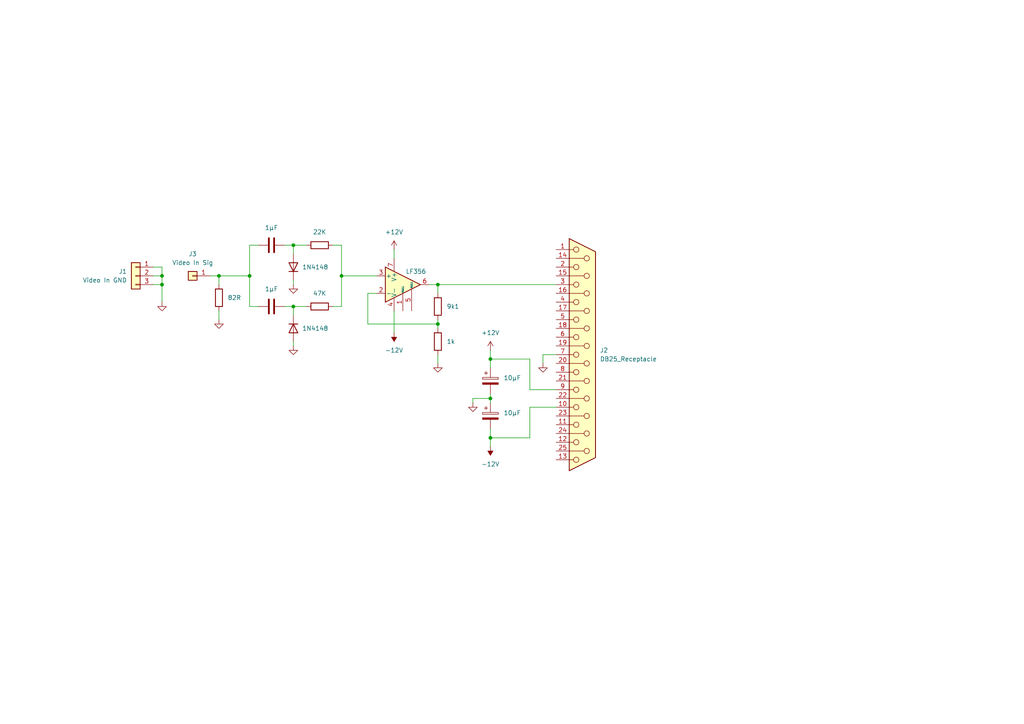
<source format=kicad_sch>
(kicad_sch (version 20230121) (generator eeschema)
  (paper "A4")
  (lib_symbols
    (symbol "Amplifier_Operational:LF356" (pin_names (offset 0.127))
      (property "Reference" "U" (at 0 6.35 0))
      (property "Value" "LF356" (at 0 3.81 0))
      (symbol "LF356_0_1"
        (polyline (pts (xy -5.08 5.08) (xy 5.08 0) (xy -5.08 -5.08) (xy -5.08 5.08)) (stroke (width 0.254)) (fill (type background)))
      )
      (symbol "LF356_1_1"
        (pin input line (at 0 -7.62 90) (length 5.08) (name "NULL") (number "1"))
        (pin input line (at -7.62 -2.54 0) (length 2.54) (name "-") (number "2"))
        (pin input line (at -7.62 2.54 0) (length 2.54) (name "+") (number "3"))
        (pin power_in line (at -2.54 -7.62 90) (length 3.81) (name "V-") (number "4"))
        (pin input line (at 2.54 -7.62 90) (length 6.35) (name "NULL") (number "5"))
        (pin output line (at 7.62 0 180) (length 2.54) (name "~") (number "6"))
        (pin power_in line (at -2.54 7.62 270) (length 3.81) (name "V+") (number "7"))
        (pin no_connect line (at 0 2.54 270) (length 2.54) hide (name "NC") (number "8"))
      )
    )
    (symbol "Connector:DB25_Receptacle" (pin_names (offset 1.016) hide)
      (property "Reference" "J" (at 0 34.29 0))
      (property "Value" "DB25_Receptacle" (at 0 -34.925 0))
      (symbol "DB25_Receptacle_0_1"
        (circle (center -1.778 -30.48) (radius 0.762))
        (circle (center -1.778 -25.4) (radius 0.762))
        (circle (center -1.778 -20.32) (radius 0.762))
        (circle (center -1.778 -15.24) (radius 0.762))
        (circle (center -1.778 -10.16) (radius 0.762))
        (circle (center -1.778 -5.08) (radius 0.762))
        (circle (center -1.778 0) (radius 0.762))
        (circle (center -1.778 5.08) (radius 0.762))
        (circle (center -1.778 10.16) (radius 0.762))
        (circle (center -1.778 15.24) (radius 0.762))
        (circle (center -1.778 20.32) (radius 0.762))
        (circle (center -1.778 25.4) (radius 0.762))
        (circle (center -1.778 30.48) (radius 0.762))
        (polyline (pts (xy -3.81 -30.48) (xy -2.54 -30.48)))
        (polyline (pts (xy -3.81 -27.94) (xy 0.508 -27.94)))
        (polyline (pts (xy -3.81 -25.4) (xy -2.54 -25.4)))
        (polyline (pts (xy -3.81 -22.86) (xy 0.508 -22.86)))
        (polyline (pts (xy -3.81 -20.32) (xy -2.54 -20.32)))
        (polyline (pts (xy -3.81 -17.78) (xy 0.508 -17.78)))
        (polyline (pts (xy -3.81 -15.24) (xy -2.54 -15.24)))
        (polyline (pts (xy -3.81 -12.7) (xy 0.508 -12.7)))
        (polyline (pts (xy -3.81 -10.16) (xy -2.54 -10.16)))
        (polyline (pts (xy -3.81 -7.62) (xy 0.508 -7.62)))
        (polyline (pts (xy -3.81 -5.08) (xy -2.54 -5.08)))
        (polyline (pts (xy -3.81 -2.54) (xy 0.508 -2.54)))
        (polyline (pts (xy -3.81 0) (xy -2.54 0)))
        (polyline (pts (xy -3.81 2.54) (xy 0.508 2.54)))
        (polyline (pts (xy -3.81 5.08) (xy -2.54 5.08)))
        (polyline (pts (xy -3.81 7.62) (xy 0.508 7.62)))
        (polyline (pts (xy -3.81 10.16) (xy -2.54 10.16)))
        (polyline (pts (xy -3.81 12.7) (xy 0.508 12.7)))
        (polyline (pts (xy -3.81 15.24) (xy -2.54 15.24)))
        (polyline (pts (xy -3.81 17.78) (xy 0.508 17.78)))
        (polyline (pts (xy -3.81 20.32) (xy -2.54 20.32)))
        (polyline (pts (xy -3.81 22.86) (xy 0.508 22.86)))
        (polyline (pts (xy -3.81 25.4) (xy -2.54 25.4)))
        (polyline (pts (xy -3.81 27.94) (xy 0.508 27.94)))
        (polyline (pts (xy -3.81 30.48) (xy -2.54 30.48)))
        (polyline (pts (xy -3.81 33.655) (xy 3.81 29.845) (xy 3.81 -29.845) (xy -3.81 -33.655) (xy -3.81 33.655)) (stroke (width 0.254)) (fill (type background)))
        (circle (center 1.27 -27.94) (radius 0.762))
        (circle (center 1.27 -22.86) (radius 0.762))
        (circle (center 1.27 -17.78) (radius 0.762))
        (circle (center 1.27 -12.7) (radius 0.762))
        (circle (center 1.27 -7.62) (radius 0.762))
        (circle (center 1.27 -2.54) (radius 0.762))
        (circle (center 1.27 2.54) (radius 0.762))
        (circle (center 1.27 7.62) (radius 0.762))
        (circle (center 1.27 12.7) (radius 0.762))
        (circle (center 1.27 17.78) (radius 0.762))
        (circle (center 1.27 22.86) (radius 0.762))
        (circle (center 1.27 27.94) (radius 0.762))
      )
      (symbol "DB25_Receptacle_1_1"
        (pin passive line (at -7.62 30.48 0) (length 3.81) (name "1") (number "1"))
        (pin passive line (at -7.62 -15.24 0) (length 3.81) (name "10") (number "10"))
        (pin passive line (at -7.62 -20.32 0) (length 3.81) (name "11") (number "11"))
        (pin passive line (at -7.62 -25.4 0) (length 3.81) (name "12") (number "12"))
        (pin passive line (at -7.62 -30.48 0) (length 3.81) (name "13") (number "13"))
        (pin passive line (at -7.62 27.94 0) (length 3.81) (name "P14") (number "14"))
        (pin passive line (at -7.62 22.86 0) (length 3.81) (name "P15") (number "15"))
        (pin passive line (at -7.62 17.78 0) (length 3.81) (name "P16") (number "16"))
        (pin passive line (at -7.62 12.7 0) (length 3.81) (name "P17") (number "17"))
        (pin passive line (at -7.62 7.62 0) (length 3.81) (name "P18") (number "18"))
        (pin passive line (at -7.62 2.54 0) (length 3.81) (name "P19") (number "19"))
        (pin passive line (at -7.62 25.4 0) (length 3.81) (name "2") (number "2"))
        (pin passive line (at -7.62 -2.54 0) (length 3.81) (name "P20") (number "20"))
        (pin passive line (at -7.62 -7.62 0) (length 3.81) (name "P21") (number "21"))
        (pin passive line (at -7.62 -12.7 0) (length 3.81) (name "P22") (number "22"))
        (pin passive line (at -7.62 -17.78 0) (length 3.81) (name "P23") (number "23"))
        (pin passive line (at -7.62 -22.86 0) (length 3.81) (name "P24") (number "24"))
        (pin passive line (at -7.62 -27.94 0) (length 3.81) (name "P25") (number "25"))
        (pin passive line (at -7.62 20.32 0) (length 3.81) (name "3") (number "3"))
        (pin passive line (at -7.62 15.24 0) (length 3.81) (name "4") (number "4"))
        (pin passive line (at -7.62 10.16 0) (length 3.81) (name "5") (number "5"))
        (pin passive line (at -7.62 5.08 0) (length 3.81) (name "6") (number "6"))
        (pin passive line (at -7.62 0 0) (length 3.81) (name "7") (number "7"))
        (pin passive line (at -7.62 -5.08 0) (length 3.81) (name "8") (number "8"))
        (pin passive line (at -7.62 -10.16 0) (length 3.81) (name "9") (number "9"))
      )
    )
    (symbol "Connector_Generic:Conn_01x01" (pin_names (offset 1.016) hide)
      (property "Reference" "J" (at 0 2.54 0))
      (property "Value" "Conn_01x01" (at 0 -2.54 0))
      (symbol "Conn_01x01_1_1"
        (rectangle (start -1.27 0.127) (end 0 -0.127) (stroke (width 0.1524)))
        (rectangle (start -1.27 1.27) (end 1.27 -1.27) (stroke (width 0.254)) (fill (type background)))
        (pin passive line (at -5.08 0 0) (length 3.81) (name "Pin_1") (number "1"))
      )
    )
    (symbol "Connector_Generic:Conn_01x03" (pin_names (offset 1.016) hide)
      (property "Reference" "J" (at 0 5.08 0))
      (property "Value" "Conn_01x03" (at 0 -5.08 0))
      (symbol "Conn_01x03_1_1"
        (rectangle (start -1.27 -2.413) (end 0 -2.667) (stroke (width 0.1524)))
        (rectangle (start -1.27 0.127) (end 0 -0.127) (stroke (width 0.1524)))
        (rectangle (start -1.27 2.667) (end 0 2.413) (stroke (width 0.1524)))
        (rectangle (start -1.27 3.81) (end 1.27 -3.81) (stroke (width 0.254)) (fill (type background)))
        (pin passive line (at -5.08 2.54 0) (length 3.81) (name "Pin_1") (number "1"))
        (pin passive line (at -5.08 0 0) (length 3.81) (name "Pin_2") (number "2"))
        (pin passive line (at -5.08 -2.54 0) (length 3.81) (name "Pin_3") (number "3"))
      )
    )
    (symbol "Device:C" (pin_numbers hide) (pin_names (offset 0.254))
      (property "Reference" "C" (at 0.635 2.54 0))
      (property "Value" "C" (at 0.635 -2.54 0))
      (symbol "C_0_1"
        (polyline (pts (xy -2.032 -0.762) (xy 2.032 -0.762)) (stroke (width 0.508)))
        (polyline (pts (xy -2.032 0.762) (xy 2.032 0.762)) (stroke (width 0.508)))
      )
      (symbol "C_1_1"
        (pin passive line (at 0 3.81 270) (length 2.794) (name "~") (number "1"))
        (pin passive line (at 0 -3.81 90) (length 2.794) (name "~") (number "2"))
      )
    )
    (symbol "Device:C_Polarized" (pin_numbers hide) (pin_names (offset 0.254))
      (property "Reference" "C" (at 0.635 2.54 0))
      (property "Value" "C_Polarized" (at 0.635 -2.54 0))
      (symbol "C_Polarized_0_1"
        (rectangle (start -2.286 0.508) (end 2.286 1.016))
        (polyline (pts (xy -1.778 2.286) (xy -0.762 2.286)))
        (polyline (pts (xy -1.27 2.794) (xy -1.27 1.778)))
        (rectangle (start 2.286 -0.508) (end -2.286 -1.016) (fill (type outline)))
      )
      (symbol "C_Polarized_1_1"
        (pin passive line (at 0 3.81 270) (length 2.794) (name "~") (number "1"))
        (pin passive line (at 0 -3.81 90) (length 2.794) (name "~") (number "2"))
      )
    )
    (symbol "Device:R" (pin_numbers hide) (pin_names (offset 0))
      (property "Reference" "R" (at 2.032 0 90))
      (property "Value" "R" (at 0 0 90))
      (symbol "R_0_1"
        (rectangle (start -1.016 -2.54) (end 1.016 2.54) (stroke (width 0.254)))
      )
      (symbol "R_1_1"
        (pin passive line (at 0 3.81 270) (length 1.27) (name "~") (number "1"))
        (pin passive line (at 0 -3.81 90) (length 1.27) (name "~") (number "2"))
      )
    )
    (symbol "Diode:1N4148" (pin_numbers hide) (pin_names hide)
      (property "Reference" "D" (at 0 2.54 0))
      (property "Value" "1N4148" (at 0 -2.54 0))
      (symbol "1N4148_0_1"
        (polyline (pts (xy -1.27 1.27) (xy -1.27 -1.27)) (stroke (width 0.254)))
        (polyline (pts (xy 1.27 0) (xy -1.27 0)))
        (polyline (pts (xy 1.27 1.27) (xy 1.27 -1.27) (xy -1.27 0) (xy 1.27 1.27)) (stroke (width 0.254)))
      )
      (symbol "1N4148_1_1"
        (pin passive line (at -3.81 0 0) (length 2.54) (name "K") (number "1"))
        (pin passive line (at 3.81 0 180) (length 2.54) (name "A") (number "2"))
      )
    )
    (symbol "power:+12V" (power) (pin_names (offset 0))
      (property "Value" "+12V" (at 0 3.556 0))
      (symbol "+12V_0_1"
        (polyline (pts (xy -0.762 1.27) (xy 0 2.54)))
        (polyline (pts (xy 0 0) (xy 0 2.54)))
        (polyline (pts (xy 0 2.54) (xy 0.762 1.27)))
      )
      (symbol "+12V_1_1"
        (pin power_in line (at 0 0 90) (length 0) hide (name "+12V") (number "1"))
      )
    )
    (symbol "power:-12V" (power) (pin_names (offset 0))
      (property "Value" "-12V" (at 0 3.81 0))
      (symbol "-12V_0_0"
        (pin power_in line (at 0 0 90) (length 0) hide (name "-12V") (number "1"))
      )
      (symbol "-12V_0_1"
        (polyline (pts (xy 0 0) (xy 0 1.27) (xy 0.762 1.27) (xy 0 2.54) (xy -0.762 1.27) (xy 0 1.27)) (fill (type outline)))
      )
    )
    (symbol "power:GND" (power) (pin_names (offset 0))
      (property "Value" "GND" (at 0 -3.81 0))
      (symbol "GND_0_1"
        (polyline (pts (xy 0 0) (xy 0 -1.27) (xy 1.27 -1.27) (xy 0 -2.54) (xy -1.27 -1.27) (xy 0 -1.27)))
      )
      (symbol "GND_1_1"
        (pin power_in line (at 0 0 270) (length 0) hide (name "GND") (number "1"))
      )
    )
  )
  (junction (at 127 93.98))
  (junction (at 142.24 104.14))
  (junction (at 85.09 88.9))
  (junction (at 85.09 71.12))
  (junction (at 63.5 80.01))
  (junction (at 46.99 82.55))
  (junction (at 72.39 80.01))
  (junction (at 142.24 115.57))
  (junction (at 99.06 80.01))
  (junction (at 142.24 127))
  (junction (at 127 82.55))
  (junction (at 46.99 80.01))
  (wire (pts (xy 99.06 71.12) (xy 99.06 80.01)))
  (wire (pts (xy 85.09 88.9) (xy 88.9 88.9)))
  (wire (pts (xy 124.46 82.55) (xy 127 82.55)))
  (wire (pts (xy 153.67 104.14) (xy 153.67 113.03)))
  (wire (pts (xy 109.22 85.09) (xy 106.68 85.09)))
  (wire (pts (xy 106.68 93.98) (xy 127 93.98)))
  (wire (pts (xy 106.68 85.09) (xy 106.68 93.98)))
  (wire (pts (xy 137.16 115.57) (xy 142.24 115.57)))
  (wire (pts (xy 72.39 71.12) (xy 72.39 80.01)))
  (wire (pts (xy 72.39 71.12) (xy 74.93 71.12)))
  (wire (pts (xy 60.96 80.01) (xy 63.5 80.01)))
  (wire (pts (xy 85.09 71.12) (xy 85.09 73.66)))
  (wire (pts (xy 85.09 88.9) (xy 85.09 91.44)))
  (wire (pts (xy 153.67 118.11) (xy 153.67 127)))
  (wire (pts (xy 85.09 99.06) (xy 85.09 100.33)))
  (wire (pts (xy 127 93.98) (xy 127 95.25)))
  (wire (pts (xy 99.06 80.01) (xy 99.06 88.9)))
  (wire (pts (xy 142.24 101.6) (xy 142.24 104.14)))
  (wire (pts (xy 63.5 90.17) (xy 63.5 92.71)))
  (wire (pts (xy 114.3 90.17) (xy 114.3 96.52)))
  (wire (pts (xy 96.52 88.9) (xy 99.06 88.9)))
  (wire (pts (xy 82.55 71.12) (xy 85.09 71.12)))
  (wire (pts (xy 127 92.71) (xy 127 93.98)))
  (wire (pts (xy 44.45 77.47) (xy 46.99 77.47)))
  (wire (pts (xy 142.24 115.57) (xy 142.24 116.84)))
  (wire (pts (xy 44.45 82.55) (xy 46.99 82.55)))
  (wire (pts (xy 99.06 80.01) (xy 109.22 80.01)))
  (wire (pts (xy 161.29 102.87) (xy 157.48 102.87)))
  (wire (pts (xy 85.09 71.12) (xy 88.9 71.12)))
  (wire (pts (xy 46.99 82.55) (xy 46.99 87.63)))
  (wire (pts (xy 153.67 127) (xy 142.24 127)))
  (wire (pts (xy 46.99 77.47) (xy 46.99 80.01)))
  (wire (pts (xy 85.09 81.28) (xy 85.09 82.55)))
  (wire (pts (xy 114.3 72.39) (xy 114.3 74.93)))
  (wire (pts (xy 142.24 104.14) (xy 142.24 106.68)))
  (wire (pts (xy 46.99 80.01) (xy 46.99 82.55)))
  (wire (pts (xy 96.52 71.12) (xy 99.06 71.12)))
  (wire (pts (xy 161.29 113.03) (xy 153.67 113.03)))
  (wire (pts (xy 72.39 80.01) (xy 72.39 88.9)))
  (wire (pts (xy 127 102.87) (xy 127 105.41)))
  (wire (pts (xy 142.24 114.3) (xy 142.24 115.57)))
  (wire (pts (xy 44.45 80.01) (xy 46.99 80.01)))
  (wire (pts (xy 142.24 127) (xy 142.24 129.54)))
  (wire (pts (xy 153.67 104.14) (xy 142.24 104.14)))
  (wire (pts (xy 157.48 102.87) (xy 157.48 105.41)))
  (wire (pts (xy 72.39 88.9) (xy 74.93 88.9)))
  (wire (pts (xy 82.55 88.9) (xy 85.09 88.9)))
  (wire (pts (xy 63.5 80.01) (xy 72.39 80.01)))
  (wire (pts (xy 127 82.55) (xy 161.29 82.55)))
  (wire (pts (xy 142.24 127) (xy 142.24 124.46)))
  (wire (pts (xy 161.29 118.11) (xy 153.67 118.11)))
  (wire (pts (xy 63.5 82.55) (xy 63.5 80.01)))
  (wire (pts (xy 127 82.55) (xy 127 85.09)))
  (wire (pts (xy 137.16 116.84) (xy 137.16 115.57)))
  (symbol (lib_id "Diode:1N4148") (at 85.09 95.25 270) (unit 1)
    (property "Reference" "D2" (effects hide))
    (property "Value" "1N4148" (at 87.63 95.25 90) (effects (justify left)))
    (property "Footprint" "Diode_THT:D_DO-35_SOD27_P7.62mm_Horizontal" (effects hide))
    (property "Datasheet" "https://assets.nexperia.com/documents/data-sheet/1N4148_1N4448.pdf" (effects hide))
    (property "Sim.Device" "D" (effects hide))
    (property "Sim.Pins" "1=K 2=A" (effects hide))
  )
  (symbol (lib_id "Device:C_Polarized") (at 142.24 110.49 0) (unit 1)
    (property "Reference" "C3" (effects hide))
    (property "Value" "10µF" (at 146.05 109.601 0) (effects (justify left)))
    (property "Footprint" "Capacitor_THT:CP_Radial_D5.0mm_P2.00mm" (effects hide))
  )
  (symbol (lib_id "power:-12V") (at 114.3 96.52 180) (unit 1)
    (property "Reference" "#PWR06" (effects hide))
    (property "Value" "-12V" (at 114.3 101.6 0))
  )
  (symbol (lib_id "power:GND") (at 137.16 116.84 0) (unit 1)
    (property "Reference" "#PWR09" (effects hide))
    (property "Value" "GND" (effects hide))
  )
  (symbol (lib_id "Device:C") (at 78.74 71.12 90) (unit 1)
    (property "Reference" "C1" (effects hide))
    (property "Value" "1µF" (at 78.74 66.04 90))
    (property "Footprint" "Capacitor_THT:C_Rect_L7.2mm_W5.5mm_P5.00mm_FKS2_FKP2_MKS2_MKP2" (effects hide))
  )
  (symbol (lib_id "Device:R") (at 127 99.06 0) (unit 1)
    (property "Reference" "R5" (effects hide))
    (property "Value" "1k" (at 129.54 99.06 0) (effects (justify left)))
    (property "Footprint" "Resistor_THT:R_Axial_DIN0207_L6.3mm_D2.5mm_P7.62mm_Horizontal" (effects hide))
  )
  (symbol (lib_id "power:-12V") (at 142.24 129.54 180) (unit 1)
    (property "Reference" "#PWR010" (effects hide))
    (property "Value" "-12V" (at 142.24 134.62 0))
  )
  (symbol (lib_id "Connector:DB25_Receptacle") (at 168.91 102.87 0) (unit 1)
    (property "Reference" "J2" (at 173.99 101.6 0) (effects (justify left)))
    (property "Value" "DB25_Receptacle" (at 173.99 104.14 0) (effects (justify left)))
    (property "Footprint" "Connector_Dsub:DSUB-25_Female_EdgeMount_P2.77mm" (effects hide))
    (property "Datasheet" " ~" (effects hide))
  )
  (symbol (lib_id "power:+12V") (at 142.24 101.6 0) (unit 1)
    (property "Reference" "#PWR011" (effects hide))
    (property "Value" "+12V" (at 142.24 96.52 0))
  )
  (symbol (lib_id "Diode:1N4148") (at 85.09 77.47 90) (unit 1)
    (property "Reference" "D1" (effects hide))
    (property "Value" "1N4148" (at 87.63 77.47 90) (effects (justify right)))
    (property "Footprint" "Diode_THT:D_DO-35_SOD27_P7.62mm_Horizontal" (effects hide))
    (property "Datasheet" "https://assets.nexperia.com/documents/data-sheet/1N4148_1N4448.pdf" (effects hide))
    (property "Sim.Device" "D" (effects hide))
    (property "Sim.Pins" "1=K 2=A" (effects hide))
  )
  (symbol (lib_id "Device:C") (at 78.74 88.9 90) (unit 1)
    (property "Reference" "C2" (effects hide))
    (property "Value" "1µF" (at 78.74 83.82 90))
    (property "Footprint" "Capacitor_THT:C_Rect_L7.2mm_W5.5mm_P5.00mm_FKS2_FKP2_MKS2_MKP2" (effects hide))
  )
  (symbol (lib_id "Device:C_Polarized") (at 142.24 120.65 0) (unit 1)
    (property "Reference" "C4" (effects hide))
    (property "Value" "10µF" (at 146.05 119.761 0) (effects (justify left)))
    (property "Footprint" "Capacitor_THT:CP_Radial_D5.0mm_P2.00mm" (effects hide))
  )
  (symbol (lib_id "power:GND") (at 46.99 87.63 0) (unit 1)
    (property "Reference" "#PWR01" (effects hide))
    (property "Value" "GND" (effects hide))
  )
  (symbol (lib_id "Connector_Generic:Conn_01x01") (at 55.88 80.01 180) (unit 1)
    (property "Reference" "J3" (at 55.88 73.66 0))
    (property "Value" "Video In Sig" (at 55.88 76.2 0))
    (property "Footprint" "Connector_PinHeader_2.54mm:PinHeader_1x01_P2.54mm_Vertical" (effects hide))
  )
  (symbol (lib_id "power:GND") (at 85.09 100.33 0) (unit 1)
    (property "Reference" "#PWR03" (effects hide))
    (property "Value" "GND" (effects hide))
  )
  (symbol (lib_id "power:GND") (at 85.09 82.55 0) (unit 1)
    (property "Reference" "#PWR04" (effects hide))
    (property "Value" "GND" (effects hide))
  )
  (symbol (lib_id "power:GND") (at 63.5 92.71 0) (unit 1)
    (property "Reference" "#PWR02" (effects hide))
    (property "Value" "GND" (effects hide))
  )
  (symbol (lib_id "Device:R") (at 92.71 71.12 90) (unit 1)
    (property "Reference" "R2" (effects hide))
    (property "Value" "22K" (at 92.71 67.31 90))
    (property "Footprint" "Resistor_THT:R_Axial_DIN0207_L6.3mm_D2.5mm_P7.62mm_Horizontal" (effects hide))
  )
  (symbol (lib_id "Device:R") (at 92.71 88.9 90) (unit 1)
    (property "Reference" "R3" (effects hide))
    (property "Value" "47K" (at 92.71 85.09 90))
    (property "Footprint" "Resistor_THT:R_Axial_DIN0207_L6.3mm_D2.5mm_P7.62mm_Horizontal" (effects hide))
  )
  (symbol (lib_id "power:GND") (at 127 105.41 0) (unit 1)
    (property "Reference" "#PWR05" (effects hide))
    (property "Value" "GND" (effects hide))
  )
  (symbol (lib_id "Connector_Generic:Conn_01x03") (at 39.37 80.01 0) (mirror y) (unit 1)
    (property "Reference" "J1" (at 36.83 78.74 0) (effects (justify left)))
    (property "Value" "Video In GND" (at 36.83 81.28 0) (effects (justify left)))
    (property "Footprint" "Connector_PinHeader_2.54mm:PinHeader_1x03_P2.54mm_Vertical" (effects hide))
  )
  (symbol (lib_id "Amplifier_Operational:LF356") (at 116.84 82.55 0) (unit 1)
    (property "Reference" "U1" (effects hide))
    (property "Value" "LF356" (at 120.65 78.74 0))
    (property "Footprint" "Package_DIP:DIP-8_W7.62mm_Socket" (effects hide))
    (property "Datasheet" "http://www.ti.com/lit/ds/symlink/lf357.pdf" (effects hide))
  )
  (symbol (lib_id "Device:R") (at 127 88.9 0) (unit 1)
    (property "Reference" "R4" (effects hide))
    (property "Value" "9k1" (at 129.54 88.9 0) (effects (justify left)))
    (property "Footprint" "Resistor_THT:R_Axial_DIN0207_L6.3mm_D2.5mm_P7.62mm_Horizontal" (effects hide))
  )
  (symbol (lib_id "power:GND") (at 157.48 105.41 0) (unit 1)
    (property "Reference" "#PWR08" (effects hide))
    (property "Value" "GND" (effects hide))
  )
  (symbol (lib_id "power:+12V") (at 114.3 72.39 0) (unit 1)
    (property "Reference" "#PWR07" (effects hide))
    (property "Value" "+12V" (at 114.3 67.31 0))
  )
  (symbol (lib_id "Device:R") (at 63.5 86.36 0) (unit 1)
    (property "Reference" "R1" (effects hide))
    (property "Value" "82R" (at 66.04 86.36 0) (effects (justify left)))
    (property "Footprint" "Resistor_THT:R_Axial_DIN0207_L6.3mm_D2.5mm_P7.62mm_Horizontal" (effects hide))
  )
)
</source>
